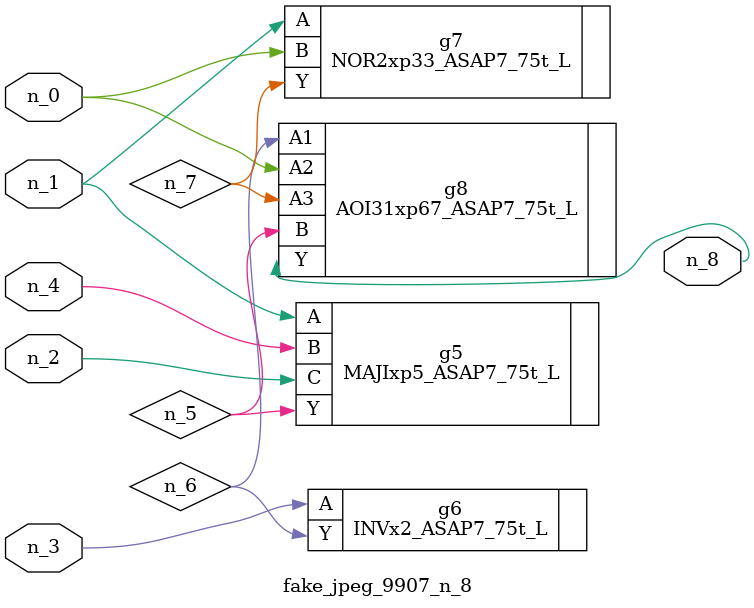
<source format=v>
module fake_jpeg_9907_n_8 (n_3, n_2, n_1, n_0, n_4, n_8);

input n_3;
input n_2;
input n_1;
input n_0;
input n_4;

output n_8;

wire n_6;
wire n_5;
wire n_7;

MAJIxp5_ASAP7_75t_L g5 ( 
.A(n_1),
.B(n_4),
.C(n_2),
.Y(n_5)
);

INVx2_ASAP7_75t_L g6 ( 
.A(n_3),
.Y(n_6)
);

NOR2xp33_ASAP7_75t_L g7 ( 
.A(n_1),
.B(n_0),
.Y(n_7)
);

AOI31xp67_ASAP7_75t_L g8 ( 
.A1(n_6),
.A2(n_0),
.A3(n_7),
.B(n_5),
.Y(n_8)
);


endmodule
</source>
